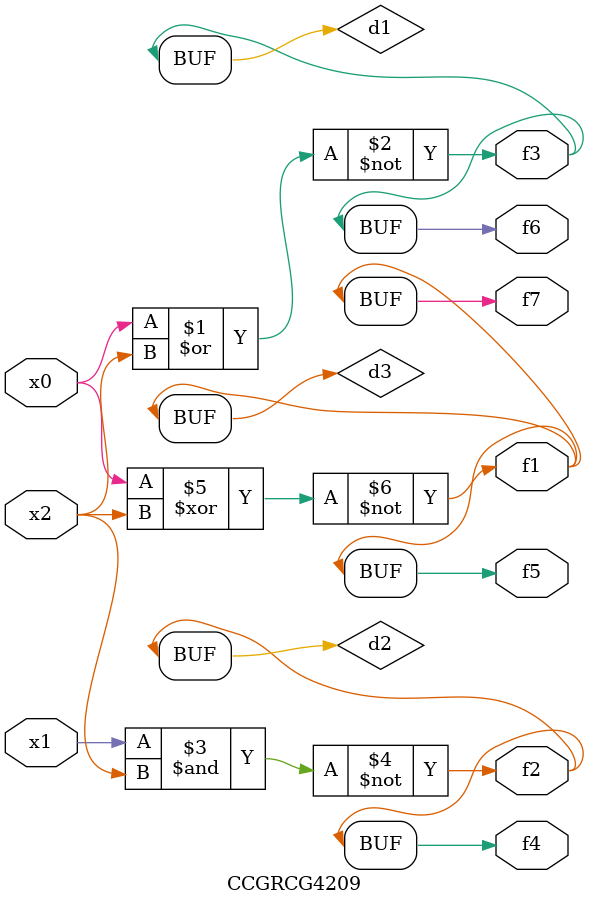
<source format=v>
module CCGRCG4209(
	input x0, x1, x2,
	output f1, f2, f3, f4, f5, f6, f7
);

	wire d1, d2, d3;

	nor (d1, x0, x2);
	nand (d2, x1, x2);
	xnor (d3, x0, x2);
	assign f1 = d3;
	assign f2 = d2;
	assign f3 = d1;
	assign f4 = d2;
	assign f5 = d3;
	assign f6 = d1;
	assign f7 = d3;
endmodule

</source>
